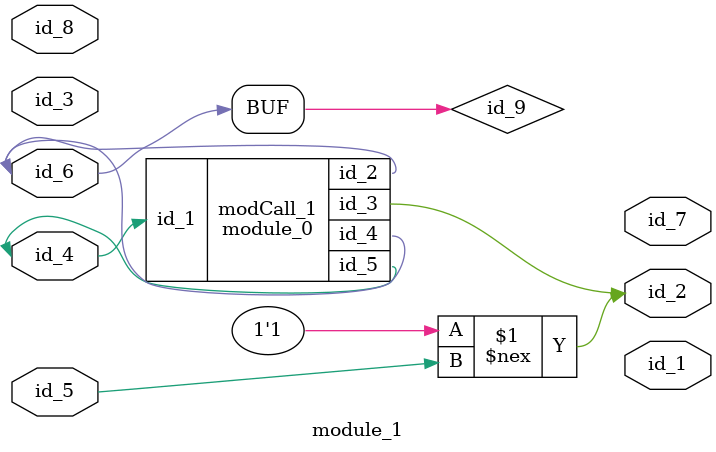
<source format=v>
module module_0 (
    id_1,
    id_2,
    id_3,
    id_4,
    id_5
);
  output wire id_5;
  inout wire id_4;
  output wire id_3;
  inout wire id_2;
  input wire id_1;
  wire id_6, id_7;
endmodule
module module_1 (
    id_1,
    id_2,
    id_3,
    id_4,
    id_5,
    id_6,
    id_7,
    id_8
);
  inout wire id_8;
  output wire id_7;
  input wire id_6;
  inout wire id_5;
  inout wire id_4;
  input wire id_3;
  output wire id_2;
  output wire id_1;
  assign id_2 = 1 !== id_5;
  wire id_9 = id_6;
  module_0 modCall_1 (
      id_4,
      id_9,
      id_2,
      id_9,
      id_4
  );
endmodule

</source>
